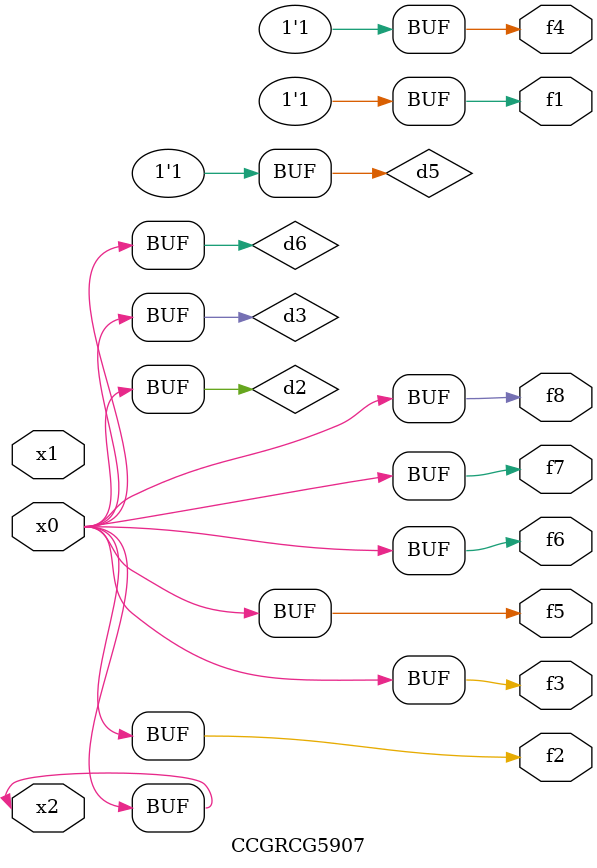
<source format=v>
module CCGRCG5907(
	input x0, x1, x2,
	output f1, f2, f3, f4, f5, f6, f7, f8
);

	wire d1, d2, d3, d4, d5, d6;

	xnor (d1, x2);
	buf (d2, x0, x2);
	and (d3, x0);
	xnor (d4, x1, x2);
	nand (d5, d1, d3);
	buf (d6, d2, d3);
	assign f1 = d5;
	assign f2 = d6;
	assign f3 = d6;
	assign f4 = d5;
	assign f5 = d6;
	assign f6 = d6;
	assign f7 = d6;
	assign f8 = d6;
endmodule

</source>
